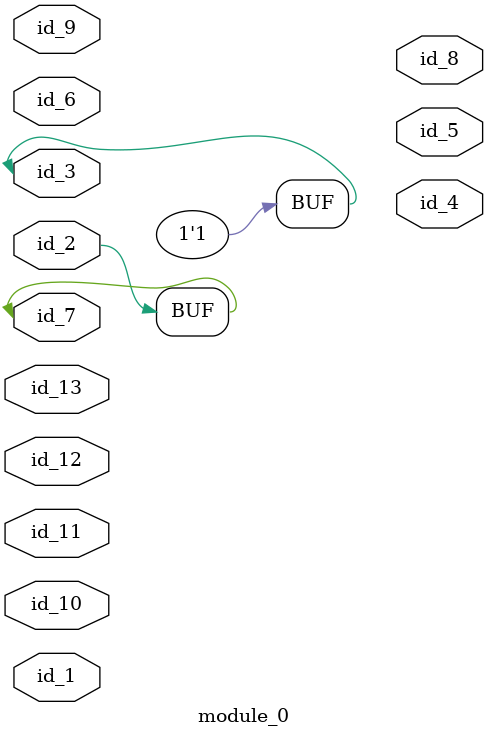
<source format=v>
`define pp_13 0
module module_0 (
    id_1,
    id_2,
    id_3,
    id_4,
    id_5,
    id_6,
    id_7,
    id_8,
    id_9,
    id_10,
    id_11,
    id_12,
    id_13
);
  inout id_13;
  inout id_12;
  input id_11;
  inout id_10;
  inout id_9;
  output id_8;
  inout id_7;
  input id_6;
  output id_5;
  output id_4;
  inout id_3;
  inout id_2;
  input id_1;
  assign id_3 = 1;
  assign id_2 = id_7;
endmodule

</source>
